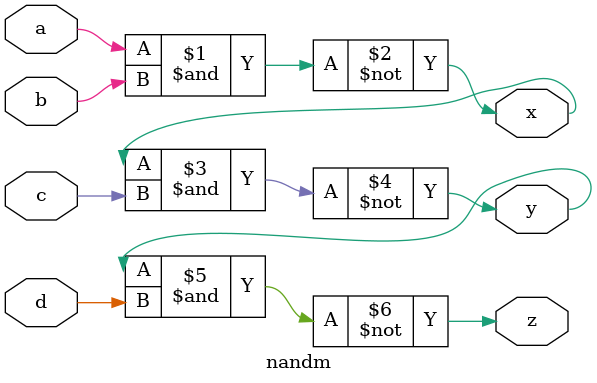
<source format=v>
`timescale 1ns / 1ps

module nandm(
    input a, b, c, d,
    output x, y, z
    );
    
assign x = ~(a&b);
assign y = ~(x&c);
assign z = ~(y&d);
endmodule

</source>
